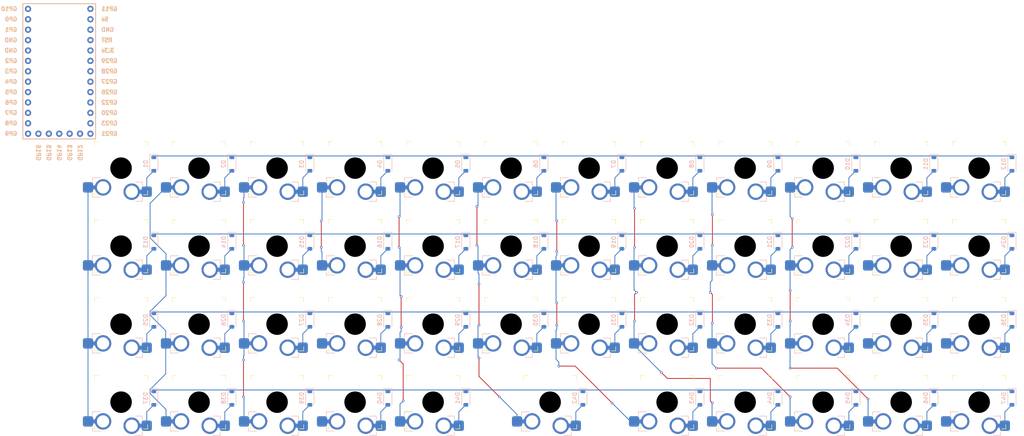
<source format=kicad_pcb>
(kicad_pcb (version 20240108) (generator "pcbnew") (generator_version "8.0")
  (layers (0 "F.Cu" signal) (31 "B.Cu" signal) (34 "B.Paste" user) (35 "F.Paste" user) (36 "B.SilkS" user "B.Silkscreen") (37 "F.SilkS" user "F.Silkscreen") (38 "B.Mask" user) (39 "F.Mask" user) (44 "Edge.Cuts" user))
  (net 0 "")
  (net 1 "Net-(D1-A)")
  (net 2 "row0")
  (net 3 "Net-(D2-A)")
  (net 4 "Net-(D3-A)")
  (net 5 "Net-(D4-A)")
  (net 6 "Net-(D5-A)")
  (net 7 "Net-(D6-A)")
  (net 8 "Net-(D7-A)")
  (net 9 "Net-(D8-A)")
  (net 10 "Net-(D9-A)")
  (net 11 "Net-(D10-A)")
  (net 12 "Net-(D11-A)")
  (net 13 "Net-(D12-A)")
  (net 14 "Net-(D13-A)")
  (net 15 "row1")
  (net 16 "Net-(D14-A)")
  (net 17 "Net-(D15-A)")
  (net 18 "Net-(D16-A)")
  (net 19 "Net-(D17-A)")
  (net 20 "Net-(D18-A)")
  (net 21 "Net-(D19-A)")
  (net 22 "Net-(D20-A)")
  (net 23 "Net-(D21-A)")
  (net 24 "Net-(D22-A)")
  (net 25 "Net-(D23-A)")
  (net 26 "Net-(D24-A)")
  (net 27 "row2")
  (net 28 "Net-(D25-A)")
  (net 29 "Net-(D26-A)")
  (net 30 "Net-(D27-A)")
  (net 31 "Net-(D28-A)")
  (net 32 "Net-(D29-A)")
  (net 33 "Net-(D30-A)")
  (net 34 "Net-(D31-A)")
  (net 35 "Net-(D32-A)")
  (net 36 "Net-(D33-A)")
  (net 37 "Net-(D34-A)")
  (net 38 "Net-(D35-A)")
  (net 39 "Net-(D36-A)")
  (net 40 "Net-(D37-A)")
  (net 41 "row3")
  (net 42 "Net-(D38-A)")
  (net 43 "Net-(D39-A)")
  (net 44 "Net-(D40-A)")
  (net 45 "Net-(D41-A)")
  (net 46 "Net-(D42-A)")
  (net 47 "Net-(D43-A)")
  (net 48 "Net-(D44-A)")
  (net 49 "Net-(D45-A)")
  (net 50 "Net-(D46-A)")
  (net 51 "Net-(D47-A)")
  (net 52 "col0")
  (net 53 "col1")
  (net 54 "col2")
  (net 55 "col3")
  (net 56 "col4")
  (net 57 "col5")
  (net 58 "col6")
  (net 59 "col7")
  (net 60 "col8")
  (net 61 "col9")
  (net 62 "col10")
  (net 63 "col11")
  (footprint "KS33:SW_Gateron_LowProfile_HotSwap_PTH" (layer "F.Cu") (at 190.5 114.3)
    (property "Reference" "S44" (hide yes))
    (property "Value" "Keyswitch" (hide yes))
  )
  (footprint "KS33:SW_Gateron_LowProfile_HotSwap_PTH" (layer "F.Cu") (at 152.4 57.15)
    (property "Reference" "S7" (hide yes))
    (property "Value" "Keyswitch" (hide yes))
  )
  (footprint "KS33:SW_Gateron_LowProfile_HotSwap_PTH" (layer "F.Cu") (at 114.3 76.2)
    (property "Reference" "S17" (hide yes))
    (property "Value" "Keyswitch" (hide yes))
  )
  (footprint "KS33:SW_Gateron_LowProfile_HotSwap_PTH" (layer "F.Cu") (at 57.15 76.2)
    (property "Reference" "S14" (hide yes))
    (property "Value" "Keyswitch" (hide yes))
  )
  (footprint "KS33:SW_Gateron_LowProfile_HotSwap_PTH" (layer "F.Cu") (at 95.25 76.2)
    (property "Reference" "S16" (hide yes))
    (property "Value" "Keyswitch" (hide yes))
  )
  (footprint "KS33:SW_Gateron_LowProfile_HotSwap_PTH" (layer "F.Cu") (at 228.6 57.15)
    (property "Reference" "S11" (hide yes))
    (property "Value" "Keyswitch" (hide yes))
  )
  (footprint "KS33:SW_Gateron_LowProfile_HotSwap_PTH" (layer "F.Cu") (at 209.55 114.3)
    (property "Reference" "S45" (hide yes))
    (property "Value" "Keyswitch" (hide yes))
  )
  (footprint "KS33:SW_Gateron_LowProfile_HotSwap_PTH" (layer "F.Cu") (at 114.3 114.3)
    (property "Reference" "S41" (hide yes))
    (property "Value" "Keyswitch" (hide yes))
  )
  (footprint "KS33:SW_Gateron_LowProfile_HotSwap_PTH" (layer "F.Cu") (at 142.875 114.3)
    (property "Reference" "S42" (hide yes))
    (property "Value" "Keyswitch" (hide yes))
  )
  (footprint "KS33:SW_Gateron_LowProfile_HotSwap_PTH" (layer "F.Cu") (at 133.35 57.15)
    (property "Reference" "S6" (hide yes))
    (property "Value" "Keyswitch" (hide yes))
  )
  (footprint "KS33:SW_Gateron_LowProfile_HotSwap_PTH" (layer "F.Cu") (at 76.2 57.15)
    (property "Reference" "S3" (hide yes))
    (property "Value" "Keyswitch" (hide yes))
  )
  (footprint "KS33:SW_Gateron_LowProfile_HotSwap_PTH" (layer "F.Cu") (at 228.6 76.2)
    (property "Reference" "S23" (hide yes))
    (property "Value" "Keyswitch" (hide yes))
  )
  (footprint "KS33:SW_Gateron_LowProfile_HotSwap_PTH" (layer "F.Cu") (at 95.25 114.3)
    (property "Reference" "S40" (hide yes))
    (property "Value" "Keyswitch" (hide yes))
  )
  (footprint "KS33:SW_Gateron_LowProfile_HotSwap_PTH" (layer "F.Cu") (at 57.15 114.3)
    (property "Reference" "S38" (hide yes))
    (property "Value" "Keyswitch" (hide yes))
  )
  (footprint "KS33:SW_Gateron_LowProfile_HotSwap_PTH" (layer "F.Cu") (at 76.2 95.25)
    (property "Reference" "S27" (hide yes))
    (property "Value" "Keyswitch" (hide yes))
  )
  (footprint "KS33:SW_Gateron_LowProfile_HotSwap_PTH" (layer "F.Cu") (at 228.6 114.3)
    (property "Reference" "S46" (hide yes))
    (property "Value" "Keyswitch" (hide yes))
  )
  (footprint "KS33:SW_Gateron_LowProfile_HotSwap_PTH" (layer "F.Cu") (at 190.5 57.15)
    (property "Reference" "S9" (hide yes))
    (property "Value" "Keyswitch" (hide yes))
  )
  (footprint "KS33:SW_Gateron_LowProfile_HotSwap_PTH" (layer "F.Cu") (at 38.1 95.25)
    (property "Reference" "S25" (hide yes))
    (property "Value" "Keyswitch" (hide yes))
  )
  (footprint "KS33:SW_Gateron_LowProfile_HotSwap_PTH" (layer "F.Cu") (at 114.3 95.25)
    (property "Reference" "S29" (hide yes))
    (property "Value" "Keyswitch" (hide yes))
  )
  (footprint "KS33:SW_Gateron_LowProfile_HotSwap_PTH" (layer "F.Cu") (at 171.45 76.2)
    (property "Reference" "S20" (hide yes))
    (property "Value" "Keyswitch" (hide yes))
  )
  (footprint "KS33:SW_Gateron_LowProfile_HotSwap_PTH" (layer "F.Cu") (at 190.5 95.25)
    (property "Reference" "S33" (hide yes))
    (property "Value" "Keyswitch" (hide yes))
  )
  (footprint "KS33:SW_Gateron_LowProfile_HotSwap_PTH" (layer "F.Cu") (at 57.15 95.25)
    (property "Reference" "S26" (hide yes))
    (property "Value" "Keyswitch" (hide yes))
  )
  (footprint "KS33:SW_Gateron_LowProfile_HotSwap_PTH" (layer "F.Cu") (at 228.6 95.25)
    (property "Reference" "S35" (hide yes))
    (property "Value" "Keyswitch" (hide yes))
  )
  (footprint "KS33:SW_Gateron_LowProfile_HotSwap_PTH" (layer "F.Cu") (at 171.45 114.3)
    (property "Reference" "S43" (hide yes))
    (property "Value" "Keyswitch" (hide yes))
  )
  (footprint "KS33:SW_Gateron_LowProfile_HotSwap_PTH" (layer "F.Cu") (at 209.55 57.15)
    (property "Reference" "S10" (hide yes))
    (property "Value" "Keyswitch" (hide yes))
  )
  (footprint "KS33:SW_Gateron_LowProfile_HotSwap_PTH" (layer "F.Cu") (at 247.65 76.2)
    (property "Reference" "S24" (hide yes))
    (property "Value" "Keyswitch" (hide yes))
  )
  (footprint "KS33:SW_Gateron_LowProfile_HotSwap_PTH" (layer "F.Cu") (at 171.45 95.25)
    (property "Reference" "S32" (hide yes))
    (property "Value" "Keyswitch" (hide yes))
  )
  (footprint "KS33:SW_Gateron_LowProfile_HotSwap_PTH" (layer "F.Cu") (at 209.55 95.25)
    (property "Reference" "S34" (hide yes))
    (property "Value" "Keyswitch" (hide yes))
  )
  (footprint "ScottoKeebs_MCU:RP2040_Pro_Micro" (layer "F.Cu") (at 23 34.77)
    (property "Reference" "U2" (hide yes))
    (property "Value" "RP2040_Pro_Micro" (hide yes))
  )
  (footprint "KS33:SW_Gateron_LowProfile_HotSwap_PTH" (layer "F.Cu") (at 171.45 57.15)
    (property "Reference" "S8" (hide yes))
    (property "Value" "Keyswitch" (hide yes))
  )
  (footprint "KS33:SW_Gateron_LowProfile_HotSwap_PTH" (layer "F.Cu") (at 114.3 57.15)
    (property "Reference" "S5" (hide yes))
    (property "Value" "Keyswitch" (hide yes))
  )
  (footprint "KS33:SW_Gateron_LowProfile_HotSwap_PTH" (layer "F.Cu") (at 152.4 95.25)
    (property "Reference" "S31" (hide yes))
    (property "Value" "Keyswitch" (hide yes))
  )
  (footprint "KS33:SW_Gateron_LowProfile_HotSwap_PTH" (layer "F.Cu") (at 133.35 95.25)
    (property "Reference" "S30" (hide yes))
    (property "Value" "Keyswitch" (hide yes))
  )
  (footprint "KS33:SW_Gateron_LowProfile_HotSwap_PTH" (layer "F.Cu") (at 247.65 57.15)
    (property "Reference" "S12" (hide yes))
    (property "Value" "Keyswitch" (hide yes))
  )
  (footprint "KS33:SW_Gateron_LowProfile_HotSwap_PTH" (layer "F.Cu") (at 76.2 76.2)
    (property "Reference" "S15" (hide yes))
    (property "Value" "Keyswitch" (hide yes))
  )
  (footprint "KS33:SW_Gateron_LowProfile_HotSwap_PTH" (layer "F.Cu") (at 38.1 57.15)
    (property "Reference" "S1" (hide yes))
    (property "Value" "Keyswitch" (hide yes))
  )
  (footprint "KS33:SW_Gateron_LowProfile_HotSwap_PTH" (layer "F.Cu") (at 152.4 76.2)
    (property "Reference" "S19" (hide yes))
    (property "Value" "Keyswitch" (hide yes))
  )
  (footprint "KS33:SW_Gateron_LowProfile_HotSwap_PTH" (layer "F.Cu") (at 95.25 57.15)
    (property "Reference" "S4" (hide yes))
    (property "Value" "Keyswitch" (hide yes))
  )
  (footprint "KS33:SW_Gateron_LowProfile_HotSwap_PTH" (layer "F.Cu") (at 190.5 76.2)
    (property "Reference" "S21" (hide yes))
    (property "Value" "Keyswitch" (hide yes))
  )
  (footprint "KS33:SW_Gateron_LowProfile_HotSwap_PTH" (layer "F.Cu") (at 38.1 76.2)
    (property "Reference" "S13" (hide yes))
    (property "Value" "Keyswitch" (hide yes))
  )
  (footprint "KS33:SW_Gateron_LowProfile_HotSwap_PTH" (layer "F.Cu") (at 247.65 114.3)
    (property "Reference" "S47" (hide yes))
    (property "Value" "Keyswitch" (hide yes))
  )
  (footprint "KS33:SW_Gateron_LowProfile_HotSwap_PTH" (layer "F.Cu") (at 209.55 76.2)
    (property "Reference" "S22" (hide yes))
    (property "Value" "Keyswitch" (hide yes))
  )
  (footprint "KS33:SW_Gateron_LowProfile_HotSwap_PTH" (layer "F.Cu") (at 133.35 76.2)
    (property "Reference" "S18" (hide yes))
    (property "Value" "Keyswitch" (hide yes))
  )
  (footprint "KS33:SW_Gateron_LowProfile_HotSwap_PTH" (layer "F.Cu") (at 57.15 57.15)
    (property "Reference" "S2" (hide yes))
    (property "Value" "Keyswitch" (hide yes))
  )
  (footprint "KS33:SW_Gateron_LowProfile_HotSwap_PTH" (layer "F.Cu") (at 247.65 95.25)
    (property "Reference" "S36" (hide yes))
    (property "Value" "Keyswitch" (hide yes))
  )
  (footprint "KS33:SW_Gateron_LowProfile_HotSwap_PTH" (layer "F.Cu") (at 38.1 114.3)
    (property "Reference" "S37" (hide yes))
    (property "Value" "Keyswitch" (hide yes))
  )
  (footprint "KS33:SW_Gateron_LowProfile_HotSwap_PTH" (layer "F.Cu") (at 76.2 114.3)
    (property "Reference" "S39" (hide yes))
    (property "Value" "Keyswitch" (hide yes))
  )
  (footprint "KS33:SW_Gateron_LowProfile_HotSwap_PTH" (layer "F.Cu") (at 95.25 95.25)
    (property "Reference" "S28" (hide yes))
    (property "Value" "Keyswitch" (hide yes))
  )
  (footprint "Diode_SMD:D_SOD-123" (layer "B.Cu") (at 255.65 56.15 -90)
    (property "Reference" "D12")
    (property "Value" "Diode")
  )
  (footprint "Diode_SMD:D_SOD-123" (layer "B.Cu") (at 65.15 75.2 -90)
    (property "Reference" "D14")
    (property "Value" "Diode")
  )
  (footprint "Diode_SMD:D_SOD-123" (layer "B.Cu") (at 179.45 94.25 -90)
    (property "Reference" "D32")
    (property "Value" "Diode")
  )
  (footprint "Diode_SMD:D_SOD-123" (layer "B.Cu") (at 46.1 94.25 -90)
    (property "Reference" "D25")
    (property "Value" "Diode")
  )
  (footprint "Diode_SMD:D_SOD-123" (layer "B.Cu") (at 141.35 56.15 -90)
    (property "Reference" "D6")
    (property "Value" "Diode")
  )
  (footprint "Diode_SMD:D_SOD-123" (layer "B.Cu") (at 198.5 56.15 -90)
    (property "Reference" "D9")
    (property "Value" "Diode")
  )
  (footprint "Diode_SMD:D_SOD-123" (layer "B.Cu") (at 236.6 113.3 -90)
    (property "Reference" "D46")
    (property "Value" "Diode")
  )
  (footprint "Diode_SMD:D_SOD-123" (layer "B.Cu") (at 236.6 56.15 -90)
    (property "Reference" "D11")
    (property "Value" "Diode")
  )
  (footprint "Diode_SMD:D_SOD-123" (layer "B.Cu") (at 198.5 113.3 -90)
    (property "Reference" "D44")
    (property "Value" "Diode")
  )
  (footprint "Diode_SMD:D_SOD-123" (layer "B.Cu") (at 84.2 56.15 -90)
    (property "Reference" "D3")
    (property "Value" "Diode")
  )
  (footprint "Diode_SMD:D_SOD-123" (layer "B.Cu") (at 217.55 113.3 -90)
    (property "Reference" "D45")
    (property "Value" "Diode")
  )
  (footprint "Diode_SMD:D_SOD-123" (layer "B.Cu") (at 122.3 75.2 -90)
    (property "Reference" "D17")
    (property "Value" "Diode")
  )
  (footprint "Diode_SMD:D_SOD-123" (layer "B.Cu") (at 236.6 94.25 -90)
    (property "Reference" "D35")
    (property "Value" "Diode")
  )
  (footprint "Diode_SMD:D_SOD-123" (layer "B.Cu") (at 179.45 75.2 -90)
    (property "Reference" "D20")
    (property "Value" "Diode")
  )
  (footprint "Diode_SMD:D_SOD-123" (layer "B.Cu") (at 84.2 113.3 -90)
    (property "Reference" "D39")
    (property "Value" "Diode")
  )
  (footprint "Diode_SMD:D_SOD-123" (layer "B.Cu") (at 46.1 113.3 -90)
    (property "Reference" "D37")
    (property "Value" "Diode")
  )
  (footprint "Diode_SMD:D_SOD-123" (layer "B.Cu") (at 150.875 113.3 -90)
    (property "Reference" "D42")
    (property "Value" "Diode")
  )
  (footprint "Diode_SMD:D_SOD-123" (layer "B.Cu") (at 46.1 75.2 -90)
    (property "Reference" "D13")
    (property "Value" "Diode")
  )
  (footprint "Diode_SMD:D_SOD-123" (layer "B.Cu") (at 217.55 75.2 -90)
    (property "Reference" "D22")
    (property "Value" "Diode")
  )
  (footprint "Diode_SMD:D_SOD-123" (layer "B.Cu") (at 255.65 94.25 -90)
    (property "Reference" "D36")
    (property "Value" "Diode")
  )
  (footprint "Diode_SMD:D_SOD-123" (layer "B.Cu") (at 84.2 94.25 -90)
    (property "Reference" "D27")
    (property "Value" "Diode")
  )
  (footprint "Diode_SMD:D_SOD-123" (layer "B.Cu") (at 179.45 113.3 -90)
    (property "Reference" "D43")
    (property "Value" "Diode")
  )
  (footprint "Diode_SMD:D_SOD-123" (layer "B.Cu") (at 217.55 56.15 -90)
    (property "Reference" "D10")
    (property "Value" "Diode")
  )
  (footprint "Diode_SMD:D_SOD-123" (layer "B.Cu") (at 122.3 56.15 -90)
    (property "Reference" "D5")
    (property "Value" "Diode")
  )
  (footprint "Diode_SMD:D_SOD-123" (layer "B.Cu") (at 122.3 113.3 -90)
    (property "Reference" "D41")
    (property "Value" "Diode")
  )
  (footprint "Diode_SMD:D_SOD-123" (layer "B.Cu") (at 198.5 94.25 -90)
    (property "Reference" "D33")
    (property "Value" "Diode")
  )
  (footprint "Diode_SMD:D_SOD-123" (layer "B.Cu") (at 160.4 75.2 -90)
    (property "Reference" "D19")
    (property "Value" "Diode")
  )
  (footprint "Diode_SMD:D_SOD-123" (layer "B.Cu") (at 103.25 113.3 -90)
    (property "Reference" "D40")
    (property "Value" "Diode")
  )
  (footprint "Diode_SMD:D_SOD-123" (layer "B.Cu") (at 65.15 56.15 -90)
    (property "Reference" "D2")
    (property "Value" "Diode")
  )
  (footprint "Diode_SMD:D_SOD-123" (layer "B.Cu") (at 255.65 113.3 -90)
    (property "Reference" "D47")
    (property "Value" "Diode")
  )
  (footprint "Diode_SMD:D_SOD-123" (layer "B.Cu") (at 84.2 75.2 -90)
    (property "Reference" "D15")
    (property "Value" "Diode")
  )
  (footprint "Diode_SMD:D_SOD-123" (layer "B.Cu") (at 122.3 94.25 -90)
    (property "Reference" "D29")
    (property "Value" "Diode")
  )
  (footprint "Diode_SMD:D_SOD-123" (layer "B.Cu") (at 179.45 56.15 -90)
    (property "Reference" "D8")
    (property "Value" "Diode")
  )
  (footprint "Diode_SMD:D_SOD-123" (layer "B.Cu") (at 160.4 94.25 -90)
    (property "Reference" "D31")
    (property "Value" "Diode")
  )
  (footprint "Diode_SMD:D_SOD-123" (layer "B.Cu") (at 65.15 94.25 -90)
    (property "Reference" "D26")
    (property "Value" "Diode")
  )
  (footprint "Diode_SMD:D_SOD-123" (layer "B.Cu") (at 141.35 94.25 -90)
    (property "Reference" "D30")
    (property "Value" "Diode")
  )
  (footprint "Diode_SMD:D_SOD-123" (layer "B.Cu") (at 255.65 75.2 -90)
    (property "Reference" "D24")
    (property "Value" "Diode")
  )
  (footprint "Diode_SMD:D_SOD-123" (layer "B.Cu") (at 103.25 56.15 -90)
    (property "Reference" "D4")
    (property "Value" "Diode")
  )
  (footprint "Diode_SMD:D_SOD-123" (layer "B.Cu") (at 236.6 75.2 -90)
    (property "Reference" "D23")
    (property "Value" "Diode")
  )
  (footprint "Diode_SMD:D_SOD-123" (layer "B.Cu") (at 46.1 56.15 -90)
    (property "Reference" "D1")
    (property "Value" "Diode")
  )
  (footprint "Diode_SMD:D_SOD-123" (layer "B.Cu") (at 103.25 94.25 -90)
    (property "Reference" "D28")
    (property "Value" "Diode")
  )
  (footprint "Diode_SMD:D_SOD-123" (layer "B.Cu") (at 141.35 75.2 -90)
    (property "Reference" "D18")
    (property "Value" "Diode")
  )
  (footprint "Diode_SMD:D_SOD-123" (layer "B.Cu") (at 65.15 113.3 -90)
    (property "Reference" "D38")
    (property "Value" "Diode")
  )
  (footprint "Diode_SMD:D_SOD-123" (layer "B.Cu") (at 103.25 75.2 -90)
    (property "Reference" "D16")
    (property "Value" "Diode")
  )
  (footprint "Diode_SMD:D_SOD-123" (layer "B.Cu") (at 217.55 94.25 -90)
    (property "Reference" "D34")
    (property "Value" "Diode")
  )
  (footprint "Diode_SMD:D_SOD-123" (layer "B.Cu") (at 198.5 75.2 -90)
    (property "Reference" "D21")
    (property "Value" "Diode")
  )
  (footprint "Diode_SMD:D_SOD-123" (layer "B.Cu") (at 160.4 56.15 -90)
    (property "Reference" "D7")
    (property "Value" "Diode")
  )
  (segment (start 44.375 59.525) (end 46.1 57.8) (width 0.2) (layer "B.Cu") (net 1))
  (segment (start 44.375 62.9) (end 44.375 59.525) (width 0.2) (layer "B.Cu") (net 1))
  (segment (start 255.325 54.175) (end 46.425 54.175) (width 0.2) (layer "B.Cu") (net 2))
  (segment (start 46.425 54.175) (end 46.1 54.5) (width 0.2) (layer "B.Cu") (net 2))
  (segment (start 255.65 54.5) (end 255.325 54.175) (width 0.2) (layer "B.Cu") (net 2))
  (segment (start 63.425 62.9) (end 63.425 59.525) (width 0.2) (layer "B.Cu") (net 3))
  (segment (start 63.425 59.525) (end 65.15 57.8) (width 0.2) (layer "B.Cu") (net 3))
  (segment (start 82.475 62.9) (end 82.475 59.525) (width 0.2) (layer "B.Cu") (net 4))
  (segment (start 82.475 59.525) (end 84.2 57.8) (width 0.2) (layer "B.Cu") (net 4))
  (segment (start 101.525 62.9) (end 101.525 59.525) (width 0.2) (layer "B.Cu") (net 5))
  (segment (start 101.525 59.525) (end 103.25 57.8) (width 0.2) (layer "B.Cu") (net 5))
  (segment (start 120.575 59.525) (end 122.3 57.8) (width 0.2) (layer "B.Cu") (net 6))
  (segment (start 120.575 62.9) (end 120.575 59.525) (width 0.2) (layer "B.Cu") (net 6))
  (segment (start 139.625 62.9) (end 139.625 59.525) (width 0.2) (layer "B.Cu") (net 7))
  (segment (start 139.625 59.525) (end 141.35 57.8) (width 0.2) (layer "B.Cu") (net 7))
  (segment (start 158.675 62.9) (end 158.675 59.525) (width 0.2) (layer "B.Cu") (net 8))
  (segment (start 158.675 59.525) (end 160.4 57.8) (width 0.2) (layer "B.Cu") (net 8))
  (segment (start 177.725 62.9) (end 177.725 59.525) (width 0.2) (layer "B.Cu") (net 9))
  (segment (start 177.725 59.525) (end 179.45 57.8) (width 0.2) (layer "B.Cu") (net 9))
  (segment (start 196.775 59.525) (end 198.5 57.8) (width 0.2) (layer "B.Cu") (net 10))
  (segment (start 196.775 62.9) (end 196.775 59.525) (width 0.2) (layer "B.Cu") (net 10))
  (segment (start 215.825 62.9) (end 215.825 59.525) (width 0.2) (layer "B.Cu") (net 11))
  (segment (start 215.825 59.525) (end 217.55 57.8) (width 0.2) (layer "B.Cu") (net 11))
  (segment (start 234.875 59.525) (end 236.6 57.8) (width 0.2) (layer "B.Cu") (net 12))
  (segment (start 234.875 62.9) (end 234.875 59.525) (width 0.2) (layer "B.Cu") (net 12))
  (segment (start 253.925 62.9) (end 253.925 59.525) (width 0.2) (layer "B.Cu") (net 13))
  (segment (start 253.925 59.525) (end 255.65 57.8) (width 0.2) (layer "B.Cu") (net 13))
  (segment (start 44.375 78.575) (end 46.1 76.85) (width 0.2) (layer "B.Cu") (net 14))
  (segment (start 44.375 81.95) (end 44.375 78.575) (width 0.2) (layer "B.Cu") (net 14))
  (segment (start 255.325 73.225) (end 46.425 73.225) (width 0.2) (layer "B.Cu") (net 15))
  (segment (start 46.425 73.225) (end 46.1 73.55) (width 0.2) (layer "B.Cu") (net 15))
  (segment (start 255.65 73.55) (end 255.325 73.225) (width 0.2) (layer "B.Cu") (net 15))
  (segment (start 63.425 81.95) (end 63.425 78.575) (width 0.2) (layer "B.Cu") (net 16))
  (segment (start 63.425 78.575) (end 65.15 76.85) (width 0.2) (layer "B.Cu") (net 16))
  (segment (start 82.475 81.95) (end 82.475 78.575) (width 0.2) (layer "B.Cu") (net 17))
  (segment (start 82.475 78.575) (end 84.2 76.85) (width 0.2) (layer "B.Cu") (net 17))
  (segment (start 101.525 81.95) (end 101.525 78.575) (width 0.2) (layer "B.Cu") (net 18))
  (segment (start 101.525 78.575) (end 103.25 76.85) (width 0.2) (layer "B.Cu") (net 18))
  (segment (start 120.575 81.95) (end 120.575 78.575) (width 0.2) (layer "B.Cu") (net 19))
  (segment (start 120.575 78.575) (end 122.3 76.85) (width 0.2) (layer "B.Cu") (net 19))
  (segment (start 139.625 78.575) (end 141.35 76.85) (width 0.2) (layer "B.Cu") (net 20))
  (segment (start 139.625 81.95) (end 139.625 78.575) (width 0.2) (layer "B.Cu") (net 20))
  (segment (start 158.675 78.575) (end 160.4 76.85) (width 0.2) (layer "B.Cu") (net 21))
  (segment (start 158.675 81.95) (end 158.675 78.575) (width 0.2) (layer "B.Cu") (net 21))
  (segment (start 177.725 78.575) (end 179.45 76.85) (width 0.2) (layer "B.Cu") (net 22))
  (segment (start 177.725 81.95) (end 177.725 78.575) (width 0.2) (layer "B.Cu") (net 22))
  (segment (start 196.775 81.95) (end 196.775 78.575) (width 0.2) (layer "B.Cu") (net 23))
  (segment (start 196.775 78.575) (end 198.5 76.85) (width 0.2) (layer "B.Cu") (net 23))
  (segment (start 215.825 78.575) (end 217.55 76.85) (width 0.2) (layer "B.Cu") (net 24))
  (segment (start 215.825 81.95) (end 215.825 78.575) (width 0.2) (layer "B.Cu") (net 24))
  (segment (start 234.875 78.575) (end 236.6 76.85) (width 0.2) (layer "B.Cu") (net 25))
  (segment (start 234.875 81.95) (end 234.875 78.575) (width 0.2) (layer "B.Cu") (net 25))
  (segment (start 253.925 78.575) (end 255.65 76.85) (width 0.2) (layer "B.Cu") (net 26))
  (segment (start 253.925 81.95) (end 253.925 78.575) (width 0.2) (layer "B.Cu") (net 26))
  (segment (start 46.425 92.275) (end 46.1 92.6) (width 0.2) (layer "B.Cu") (net 27))
  (segment (start 255.325 92.275) (end 46.425 92.275) (width 0.2) (layer "B.Cu") (net 27))
  (segment (start 255.65 92.6) (end 255.325 92.275) (width 0.2) (layer "B.Cu") (net 27))
  (segment (start 44.375 101) (end 44.375 97.625) (width 0.2) (layer "B.Cu") (net 28))
  (segment (start 44.375 97.625) (end 46.1 95.9) (width 0.2) (layer "B.Cu") (net 28))
  (segment (start 63.425 101) (end 63.425 97.625) (width 0.2) (layer "B.Cu") (net 29))
  (segment (start 63.425 97.625) (end 65.15 95.9) (width 0.2) (layer "B.Cu") (net 29))
  (segment (start 82.475 101) (end 82.475 97.625) (width 0.2) (layer "B.Cu") (net 30))
  (segment (start 82.475 97.625) (end 84.2 95.9) (width 0.2) (layer "B.Cu") (net 30))
  (segment (start 101.525 97.625) (end 103.25 95.9) (width 0.2) (layer "B.Cu") (net 31))
  (segment (start 101.525 101) (end 101.525 97.625) (width 0.2) (layer "B.Cu") (net 31))
  (segment (start 120.575 97.625) (end 122.3 95.9) (width 0.2) (layer "B.Cu") (net 32))
  (segment (start 120.575 101) (end 120.575 97.625) (width 0.2) (layer "B.Cu") (net 32))
  (segment (start 139.625 97.625) (end 141.35 95.9) (width 0.2) (layer "B.Cu") (net 33))
  (segment (start 139.625 101) (end 139.625 97.625) (width 0.2) (layer "B.Cu") (net 33))
  (segment (start 158.675 101) (end 158.675 97.625) (width 0.2) (layer "B.Cu") (net 34))
  (segment (start 158.675 97.625) (end 160.4 95.9) (width 0.2) (layer "B.Cu") (net 34))
  (segment (start 177.725 97.625) (end 179.45 95.9) (width 0.2) (layer "B.Cu") (net 35))
  (segment (start 177.725 101) (end 177.725 97.625) (width 0.2) (layer "B.Cu") (net 35))
  (segment (start 196.775 101) (end 196.775 97.625) (width 0.2) (layer "B.Cu") (net 36))
  (segment (start 196.775 97.625) (end 198.5 95.9) (width 0.2) (layer "B.Cu") (net 36))
  (segment (start 215.825 101) (end 215.825 97.625) (width 0.2) (layer "B.Cu") (net 37))
  (segment (start 215.825 97.625) (end 217.55 95.9) (width 0.2) (layer "B.Cu") (net 37))
  (segment (start 234.875 101) (end 234.875 97.625) (width 0.2) (layer "B.Cu") (net 38))
  (segment (start 234.875 97.625) (end 236.6 95.9) (width 0.2) (layer "B.Cu") (net 38))
  (segment (start 253.925 97.625) (end 255.65 95.9) (width 0.2) (layer "B.Cu") (net 39))
  (segment (start 253.925 101) (end 253.925 97.625) (width 0.2) (layer "B.Cu") (net 39))
  (segment (start 44.375 116.675) (end 46.1 114.95) (width 0.2) (layer "B.Cu") (net 40))
  (segment (start 44.375 120.05) (end 44.375 116.675) (width 0.2) (layer "B.Cu") (net 40))
  (segment (start 255.325 111.325) (end 46.425 111.325) (width 0.2) (layer "B.Cu") (net 41))
  (segment (start 46.425 111.325) (end 46.1 111.65) (width 0.2) (layer "B.Cu") (net 41))
  (segment (start 255.65 111.65) (end 255.325 111.325) (width 0.2) (layer "B.Cu") (net 41))
  (segment (start 63.425 120.05) (end 63.425 116.675) (width 0.2) (layer "B.Cu") (net 42))
  (segment (start 63.425 116.675) (end 65.15 114.95) (width 0.2) (layer "B.Cu") (net 42))
  (segment (start 82.475 116.675) (end 84.2 114.95) (width 0.2) (layer "B.Cu") (net 43))
  (segment (start 82.475 120.05) (end 82.475 116.675) (width 0.2) (layer "B.Cu") (net 43))
  (segment (start 101.525 116.675) (end 103.25 114.95) (width 0.2) (layer "B.Cu") (net 44))
  (segment (start 101.525 120.05) (end 101.525 116.675) (width 0.2) (layer "B.Cu") (net 44))
  (segment (start 120.575 120.05) (end 120.575 116.675) (width 0.2) (layer "B.Cu") (net 45))
  (segment (start 120.575 116.675) (end 122.3 114.95) (width 0.2) (layer "B.Cu") (net 45))
  (segment (start 149.15 120.05) (end 149.15 116.675) (width 0.2) (layer "B.Cu") (net 46))
  (segment (start 149.15 116.675) (end 150.875 114.95) (width 0.2) (layer "B.Cu") (net 46))
  (segment (start 177.725 116.675) (end 179.45 114.95) (width 0.2) (layer "B.Cu") (net 47))
  (segment (start 177.725 120.05) (end 177.725 116.675) (width 0.2) (layer "B.Cu") (net 47))
  (segment (start 196.775 120.05) (end 196.775 116.675) (width 0.2) (layer "B.Cu") (net 48))
  (segment (start 196.775 116.675) (end 198.5 114.95) (width 0.2) (layer "B.Cu") (net 48))
  (segment (start 215.825 120.05) (end 215.825 116.675) (width 0.2) (layer "B.Cu") (net 49))
  (segment (start 215.825 116.675) (end 217.55 114.95) (width 0.2) (layer "B.Cu") (net 49))
  (segment (start 234.875 116.675) (end 236.6 114.95) (width 0.2) (layer "B.Cu") (net 50))
  (segment (start 234.875 120.05) (end 234.875 116.675) (width 0.2) (layer "B.Cu") (net 50))
  (segment (start 253.925 120.05) (end 253.925 116.675) (width 0.2) (layer "B.Cu") (net 51))
  (segment (start 253.925 116.675) (end 255.65 114.95) (width 0.2) (layer "B.Cu") (net 51))
  (segment (start 30.025 119) (end 30.025 61.85) (width 0.2) (layer "B.Cu") (net 52))
  (segment (start 45.2 111.201304) (end 45.2 112.2) (width 0.2) (layer "B.Cu") (net 53))
  (segment (start 49.075 116.075) (end 49.075 119) (width 0.2) (layer "B.Cu") (net 53))
  (segment (start 45.2 92.151304) (end 45.2 93.048696) (width 0.2) (layer "B.Cu") (net 53))
  (segment (start 49.075 61.85) (end 45.2 65.725) (width 0.2) (layer "B.Cu") (net 53))
  (segment (start 45.2 112.2) (end 49.075 116.075) (width 0.2) (layer "B.Cu") (net 53))
  (segment (start 49 107.401304) (end 45.2 111.201304) (width 0.2) (layer "B.Cu") (net 53))
  (segment (start 45.2 65.725) (end 45.2 74.2) (width 0.2) (layer "B.Cu") (net 53))
  (segment (start 49.075 88.276304) (end 45.2 92.151304) (width 0.2) (layer "B.Cu") (net 53))
  (segment (start 49.075 78.075) (end 49.075 88.276304) (width 0.2) (layer "B.Cu") (net 53))
  (segment (start 45.2 74.2) (end 49.075 78.075) (width 0.2) (layer "B.Cu") (net 53))
  (segment (start 49 96.848696) (end 49 107.401304) (width 0.2) (layer "B.Cu") (net 53))
  (segment (start 45.2 93.048696) (end 49 96.848696) (width 0.2) (layer "B.Cu") (net 53))
  (segment (start 68 113) (end 68 104) (width 0.2) (layer "F.Cu") (net 54))
  (segment (start 68 76) (end 68 65.5) (width 0.2) (layer "F.Cu") (net 54))
  (segment (start 68 94.5) (end 68 85) (width 0.2) (layer "F.Cu") (net 54))
  (via (at 68 85) (size 0.6) (drill 0.3) (layers "F.Cu" "B.Cu") (net 54))
  (via (at 68 104) (size 0.6) (drill 0.3) (layers "F.Cu" "B.Cu") (net 54))
  (via (at 68 76) (size 0.6) (drill 0.3) (layers "F.Cu" "B.Cu") (net 54))
  (via (at 68 113) (size 0.6) (drill 0.3) (layers "F.Cu" "B.Cu") (net 54))
  (via (at 68 94.5) (size 0.6) (drill 0.3) (layers "F.Cu" "B.Cu") (net 54))
  (via (at 68 65.5) (size 0.6) (drill 0.3) (layers "F.Cu" "B.Cu") (net 54))
  (segment (start 68.125 113.125) (end 68 113) (width 0.2) (layer "B.Cu") (net 54))
  (segment (start 68 84) (end 68.125 83.875) (width 0.2) (layer "B.Cu") (net 54))
  (segment (start 68.125 83.875) (end 68.125 80.9) (width 0.2) (layer "B.Cu") (net 54))
  (segment (start 68.125 102.875) (end 68.125 99.95) (width 0.2) (layer "B.Cu") (net 54))
  (segment (start 68 85) (end 68 84) (width 0.2) (layer "B.Cu") (net 54))
  (segment (start 68.125 99.95) (end 68.125 94.625) (width 0.2) (layer "B.Cu") (net 54))
  (segment (start 68.125 80.9) (end 68.125 76.125) (width 0.2) (layer "B.Cu") (net 54))
  (segment (start 68.125 64.375) (end 68.125 61.85) (width 0.2) (layer "B.Cu") (net 54))
  (segment (start 68 65.5) (end 68 64.5) (width 0.2) (layer "B.Cu") (net 54))
  (segment (start 68 64.5) (end 68.125 64.375) (width 0.2) (layer "B.Cu") (net 54))
  (segment (start 68.125 76.125) (end 68 76) (width 0.2) (layer "B.Cu") (net 54))
  (segment (start 68 103) (end 68.125 102.875) (width 0.2) (layer "B.Cu") (net 54))
  (segment (start 68.125 94.625) (end 68 94.5) (width 0.2) (layer "B.Cu") (net 54))
  (segment (start 68.125 119) (end 68.125 113.125) (width 0.2) (layer "B.Cu") (net 54))
  (segment (start 68 104) (end 68 103) (width 0.2) (layer "B.Cu") (net 54))
  (segment (start 87 70) (end 87 76.5) (width 0.2) (layer "F.Cu") (net 55))
  (via (at 87 76.5) (size 0.6) (drill 0.3) (layers "F.Cu" "B.Cu") (net 55))
  (via (at 87 70) (size 0.6) (drill 0.3) (layers "F.Cu" "B.Cu") (net 55))
  (segment (start 87.175 99.95) (end 88.9 99.95) (width 0.2) (layer "B.Cu") (net 55))
  (segment (start 87.175 69.825) (end 87 70) (width 0.2) (layer "B.Cu") (net 55))
  (segment (start 87.175 61.85) (end 87.175 69.825) (width 0.2) (layer "B.Cu") (net 55))
  (segment (start 87.175 77.675) (end 87.175 80.9) (width 0.2) (layer "B.Cu") (net 55))
  (segment (start 87 77.5) (end 87.175 77.675) (width 0.2) (layer "B.Cu") (net 55))
  (segment (start 87 76.5) (end 87 77.5) (width 0.2) (layer "B.Cu") (net 55))
  (segment (start 106 69) (end 106 76.5) (width 0.2) (layer "F.Cu") (net 56))
  (segment (start 106.5 88.5) (end 106.5 96) (width 0.2) (layer "F.Cu") (net 56))
  (segment (start 107 114) (end 107 105) (width 0.2) (layer "F.Cu") (net 56))
  (segment (start 107 105) (end 106 104) (width 0.2) (layer "F.Cu") (net 56))
  (via (at 106 69) (size 0.6) (drill 0.3) (layers "F.Cu" "B.Cu") (net 56))
  (via (at 106.5 96) (size 0.6) (drill 0.3) (layers "F.Cu" "B.Cu") (net 56))
  (via (at 107 114) (size 0.6) (drill 0.3) (layers "F.Cu" "B.Cu") (net 56))
  (via (at 106 76.5) (size 0.6) (drill 0.3) (layers "F.Cu" "B.Cu") (net 56))
  (via (at 106.5 88.5) (size 0.6) (drill 0.3) (layers "F.Cu" "B.Cu") (net 56))
  (via (at 106 104) (size 0.6) (drill 0.3) (layers "F.Cu" "B.Cu") (net 56))
  (segment (start 106.225 97.275) (end 106.225 99.95) (width 0.2) (layer "B.Cu") (net 56))
  (segment (start 106 76.5) (end 106.225 76.725) (width 0.2) (layer "B.Cu") (net 56))
  (segment (start 106.5 97) (end 106.225 97.275) (width 0.2) (layer "B.Cu") (net 56))
  (segment (start 106.225 80.9) (end 106.225 88.225) (width 0.2) (layer "B.Cu") (net 56))
  (segment (start 106.225 114.775) (end 107 114) (width 0.2) (layer "B.Cu") (net 56))
  (segment (start 106.225 103.775) (end 106.225 99.95) (width 0.2) (layer "B.Cu") (net 56))
  (segment (start 106.225 68.775) (end 106 69) (width 0.2) (layer "B.Cu") (net 56))
  (segment (start 106.225 88.225) (end 106.5 88.5) (width 0.2) (layer "B.Cu") (net 56))
  (segment (start 106.225 76.725) (end 106.225 80.9) (width 0.2) (layer "B.Cu") (net 56))
  (segment (start 106.225 61.85) (end 106.225 68.775) (width 0.2) (layer "B.Cu") (net 56))
  (segment (start 106.225 119) (end 106.225 114.775) (width 0.2) (layer "B.Cu") (net 56))
  (segment (start 106.5 96) (end 106.5 97) (width 0.2) (layer "B.Cu") (net 56))
  (segment (start 106 104) (end 106.225 103.775) (width 0.2) (layer "B.Cu") (net 56))
  (segment (start 130.5 113) (end 125.5 108) (width 0.2) (layer "F.Cu") (net 57))
  (segment (start 125.5 108) (end 125.5 103.5) (width 0.2) (layer "F.Cu") (net 57))
  (segment (start 125 67) (end 125 66.5) (width 0.2) (layer "F.Cu") (net 57))
  (segment (start 125 76) (end 125 67) (width 0.2) (layer "F.Cu") (net 57))
  (segment (start 125.5 95.5) (end 125.5 85.5) (width 0.2) (layer "F.Cu") (net 57))
  (via (at 125 76) (size 0.6) (drill 0.3) (layers "F.Cu" "B.Cu") (net 57))
  (via (at 125.5 95.5) (size 0.6) (drill 0.3) (layers "F.Cu" "B.Cu") (net 57))
  (via (at 130.5 113) (size 0.6) (drill 0.3) (layers "F.Cu" "B.Cu") (net 57))
  (via (at 125.5 85.5) (size 0.6) (drill 0.3) (layers "F.Cu" "B.Cu") (net 57))
  (via (at 125 66.5) (size 0.6) (drill 0.3) (layers "F.Cu" "B.Cu") (net 57))
  (via (at 125.5 103.5) (size 0.6) (drill 0.3) (layers "F.Cu" "B.Cu") (net 57))
  (segment (start 134.8 119) (end 134.8 117.3) (width 0.2) (layer "B.Cu") (net 57))
  (segment (start 125.5 85.5) (end 125.5 83) (width 0.2) (layer "B.Cu") (net 57))
  (segment (start 125.275 76.275) (end 125 76) (width 0.2) (layer "B.Cu") (net 57))
  (segment (start 125 66.5) (end 125.275 66.225) (width 0.2) (layer "B.Cu") (net 57))
  (segment (start 134.8 117.3) (end 130.5 113) (width 0.2) (layer "B.Cu") (net 57))
  (segment (start 125.275 66.225) (end 125.275 61.85) (width 0.2) (layer "B.Cu") (net 57))
  (segment (start 125.5 83) (end 125.275 82.775) (width 0.2) (layer "B.Cu") (net 57))
  (segment (start 125.5 103.5) (end 125.275 103.275) (width 0.2) (layer "B.Cu") (net 57))
  (segment (start 125.275 82.775) (end 125.275 80.9) (width 0.2) (layer "B.Cu") (net 57))
  (segment (start 125.275 80.9) (end 125.275 76.275) (width 0.2) (layer "B.Cu") (net 57))
  (segment (start 125.275 95.725) (end 125.5 95.5) (width 0.2) (layer "B.Cu") (net 57))
  (segment (start 125.275 103.275) (end 125.275 99.95) (width 0.2) (layer "B.Cu") (net 57))
  (segment (start 125.275 99.95) (end 125.275 95.725) (width 0.2) (layer "B.Cu") (net 57))
  (segment (start 144.5 70) (end 144.5 77.5) (width 0.2) (layer "F.Cu") (net 58))
  (segment (start 144.5 90) (end 144.5 95.5) (width 0.2) (layer "F.Cu") (net 58))
  (segment (start 158 114.5) (end 149 105.5) (width 0.2) (layer "F.Cu") (net 58))
  (segment (start 149 105.5) (end 145 105.5) (width 0.2) (layer "F.Cu") (net 58))
  (via (at 158 114.5) (size 0.6) (drill 0.3) (layers "F.Cu" "B.Cu") (net 58))
  (via (at 144.5 90) (size 0.6) (drill 0.3) (layers "F.Cu" "B.Cu") (net 58))
  (via (at 144.5 77.5) (size 0.6) (drill 0.3) (layers "F.Cu" "B.Cu") (net 58))
  (via (at 145 105.5) (size 0.6) (drill 0.3) (layers "F.Cu" "B.Cu") (net 58))
  (via (at 144.5 70) (size 0.6) (drill 0.3) (layers "F.Cu" "B.Cu") (net 58))
  (via (at 144.5 95.5) (size 0.6) (drill 0.3) (layers "F.Cu" "B.Cu") (net 58))
  (segment (start 144.325 78.675) (end 144.325 80.9) (width 0.2) (layer "B.Cu") (net 58))
  (segment (start 162.5 119) (end 158 114.5) (width 0.2) (layer "B.Cu") (net 58))
  (segment (start 144.5 78.5) (end 144.325 78.675) (width 0.2) (layer "B.Cu") (net 58))
  (segment (start 145 105.5) (end 145 104.5) (width 0.2) (layer "B.Cu") (net 58))
  (segment (start 144.5 96.5) (end 144.325 96.675) (width 0.2) (layer "B.Cu") (net 58))
  (segment (start 144.325 61.85) (end 144.325 69.825) (width 0.2) (layer "B.Cu") (net 58))
  (segment (start 144.5 95.5) (end 144.5 96.5) (width 0.2) (layer "B.Cu") (net 58))
  (segment (start 163.375 119) (end 162.5 119) (width 0.2) (layer "B.Cu") (net 58))
  (segment (start 145 104.5) (end 144.325 103.825) (width 0.2) (layer "B.Cu") (net 58))
  (segment (start 144.325 103.825) (end 144.325 99.95) (width 0.2) (layer "B.Cu") (net 58))
  (segment (start 144.325 96.675) (end 144.325 99.95) (width 0.2) (layer "B.Cu") (net 58))
  (segment (start 144.325 69.825) (end 144.5 70) (width 0.2) (layer "B.Cu") (net 58))
  (segment (start 144.5 77.5) (end 144.5 78.5) (width 0.2) (layer "B.Cu") (net 58))
  (segment (start 144.325 80.9) (end 144.325 89.825) (width 0.2) (layer "B.Cu") (net 58))
  (segment (start 144.325 89.825) (end 144.5 90) (width 0.2) (layer "B.Cu") (net 58))
  (segment (start 182 114) (end 182.5 114.5) (width 0.2) (layer "F.Cu") (net 59))
  (segment (start 182 108.5) (end 182 114) (width 0.2) (layer "F.Cu") (net 59))
  (segment (start 163.5 88) (end 164 87.5) (width 0.2) (layer "F.Cu") (net 59))
  (segment (start 163.5 94.5) (end 163.5 88) (width 0.2) (layer "F.Cu") (net 59))
  (segment (start 170 107) (end 171.5 108.5) (width 0.2) (layer "F.Cu") (net 59))
  (segment (start 171.5 108.5) (end 182 108.5) (width 0.2) (layer "F.Cu") (net 59))
  (segment (start 163.5 76.5) (end 163.5 67) (width 0.2) (layer "F.Cu") (net 59))
  (via (at 163.5 67) (size 0.6) (drill 0.3) (layers "F.Cu" "B.Cu") (net 59))
  (via (at 163.5 94.5) (size 0.6) (drill 0.3) (layers "F.Cu" "B.Cu") (net 59))
  (via (at 164 87.5) (size 0.6) (drill 0.3) (layers "F.Cu" "B.Cu") (net 59))
  (via (at 170 107) (size 0.6) (drill 0.3) (layers "F.Cu" "B.Cu") (net 59))
  (via (at 182.5 114.5) (size 0.6) (drill 0.3) (layers "F.Cu" "B.Cu") (net 59))
  (via (at 163.5 76.5) (size 0.6) (drill 0.3) (layers "F.Cu" "B.Cu") (net 59))
  (segment (start 163.375 99.95) (end 163.375 100.375) (width 0.2) (layer "B.Cu") (net 59))
  (segment (start 163.375 94.625) (end 163.5 94.5) (width 0.2) (layer "B.Cu") (net 59))
  (segment (start 163.375 100.375) (end 170 107) (width 0.2) (layer "B.Cu") (net 59))
  (segment (start 182.425 114.575) (end 182.425 119) (width 0.2) (layer "B.Cu") (net 59))
  (segment (start 163.375 76.625) (end 163.5 76.5) (width 0.2) (layer "B.Cu") (net 59))
  (segment (start 163.375 66.875) (end 163.375 61.85) (width 0.2) (layer "B.Cu") (net 59))
  (segment (start 182.5 114.5) (end 182.425 114.575) (width 0.2) (layer "B.Cu") (net 59))
  (segment (start 163.375 86.875) (end 163.375 80.9) (width 0.2) (layer "B.Cu") (net 59))
  (segment (start 163.375 99.95) (end 163.375 94.625) (width 0.2) (layer "B.Cu") (net 59))
  (segment (start 163.375 80.9) (end 163.375 76.625) (width 0.2) (layer "B.Cu") (net 59))
  (segment (start 163.5 67) (end 163.375 66.875) (width 0.2) (layer "B.Cu") (net 59))
  (segment (start 164 87.5) (end 163.375 86.875) (width 0.2) (layer "B.Cu") (net 59))
  (segment (start 182.5 95) (end 182.5 88) (width 0.2) (layer "F.Cu") (net 60))
  (segment (start 182.5 68.5) (end 182.5 76) (width 0.2) (layer "F.Cu") (net 60))
  (segment (start 201.5 113) (end 194.5 106) (width 0.2) (layer "F.Cu") (net 60))
  (segment (start 194.5 106) (end 183.5 106) (width 0.2) (layer "F.Cu") (net 60))
  (segment (start 182.5 88) (end 182 87.5) (width 0.2) (layer "F.Cu") (net 60))
  (via (at 183.5 106) (size 0.6) (drill 0.3) (layers "F.Cu" "B.Cu") (net 60))
  (via (at 182 87.5) (size 0.6) (drill 0.3) (layers "F.Cu" "B.Cu") (net 60))
  (via (at 201.5 113) (size 0.6) (drill 0.3) (layers "F.Cu" "B.Cu") (net 60))
  (via (at 182.5 95) (size 0.6) (drill 0.3) (layers "F.Cu" "B.Cu") (net 60))
  (via (at 182.5 76) (size 0.6) (drill 0.3) (layers "F.Cu" "B.Cu") (net 60))
  (via (at 182.5 68.5) (size 0.6) (drill 0.3) (layers "F.Cu" "B.Cu") (net 60))
  (segment (start 182 87.5) (end 182 85) (width 0.2) (layer "B.Cu") (net 60))
  (segment (start 182.425 104.925) (end 182.425 99.95) (width 0.2) (layer "B.Cu") (net 60))
  (segment (start 201.5 113.5) (end 201.5 113) (width 0.2) (layer "B.Cu") (net 60))
  (segment (start 182.5 76) (end 182.425 76.075) (width 0.2) (layer "B.Cu") (net 60))
  (segment (start 182.425 61.85) (end 182.425 68.425) (width 0.2) (layer "B.Cu") (net 60))
  (segment (start 182.425 99.95) (end 182.425 95.075) (width 0.2) (layer "B.Cu") (net 60))
  (segment (start 182.425 76.075) (end 182.425 80.9) (width 0.2) (layer "B.Cu") (net 60))
  (segment (start 182.425 68.425) (end 182.5 68.5) (width 0.2) (layer "B.Cu") (net 60))
  (segment (start 182.425 84.575) (end 182.425 80.9) (width 0.2) (layer "B.Cu") (net 60))
  (segment (start 201.475 113.525) (end 201.5 113.5) (width 0.2) (layer "B.Cu") (net 60))
  (segment (start 182.425 95.075) (end 182.5 95) (width 0.2) (layer "B.Cu") (net 60))
  (segment (start 201.475 119) (end 201.475 113.525) (width 0.2) (layer "B.Cu") (net 60))
  (segment (start 183.5 106) (end 182.425 104.925) (width 0.2) (layer "B.Cu") (net 60))
  (segment (start 182 85) (end 182.425 84.575) (width 0.2) (layer "B.Cu") (net 60))
  (segment (start 213 106) (end 201.5 106) (width 0.2) (layer "F.Cu") (net 61))
  (segment (start 220.5 113.5) (end 213 106) (width 0.2) (layer "F.Cu") (net 61))
  (segment (start 202 69.5) (end 202 76.5) (width 0.2) (layer "F.Cu") (net 61))
  (segment (start 201.5 87) (end 201.5 94.5) (width 0.2) (layer "F.Cu") (net 61))
  (via (at 201.5 106) (size 0.6) (drill 0.3) (layers "F.Cu" "B.Cu") (net 61))
  (via (at 202 69.5) (size 0.6) (drill 0.3) (layers "F.Cu" "B.Cu") (net 61))
  (via (at 220.5 113.5) (size 0.6) (drill 0.3) (layers "F.Cu" "B.Cu") (net 61))
  (via (at 201.5 87) (size 0.6) (drill 0.3) (layers "F.Cu" "B.Cu") (net 61))
  (via (at 202 76.5) (size 0.6) (drill 0.3) (layers "F.Cu" "B.Cu") (net 61))
  (via (at 201.5 94.5) (size 0.6) (drill 0.3) (layers "F.Cu" "B.Cu") (net 61))
  (segment (start 201.5 95.5) (end 201.475 95.525) (width 0.2) (layer "B.Cu") (net 61))
  (segment (start 201.475 61.85) (end 201.475 68.975) (width 0.2) (layer "B.Cu") (net 61))
  (segment (start 202 76.5) (end 201.475 77.025) (width 0.2) (layer "B.Cu") (net 61))
  (segment (start 201.5 94.5) (end 201.5 95.5) (width 0.2) (layer "B.Cu") (net 61))
  (segment (start 201.475 80.9) (end 201.475 86.975) (width 0.2) (layer "B.Cu") (net 61))
  (segment (start 201.475 77.025) (end 201.475 80.9) (width 0.2) (layer "B.Cu") (net 61))
  (segment (start 220.525 119) (end 220.525 113.525) (width 0.2) (layer "B.Cu") (net 61))
  (segment (start 201.475 86.975) (end 201.5 87) (width 0.2) (layer "B.Cu") (net 61))
  (segment (start 201.475 105.975) (end 201.475 99.95) (width 0.2) (layer "B.Cu") (net 61))
  (segment (start 220.525 113.525) (end 220.5 113.5) (width 0.2) (layer "B.Cu") (net 61))
  (segment (start 201.5 106) (end 201.475 105.975) (width 0.2) (layer "B.Cu") (net 61))
  (segment (start 201.475 95.525) (end 201.475 99.95) (width 0.2) (layer "B.Cu") (net 61))
  (segment (start 201.475 68.975) (end 202 69.5) (width 0.2) (layer "B.Cu") (net 61))
)
</source>
